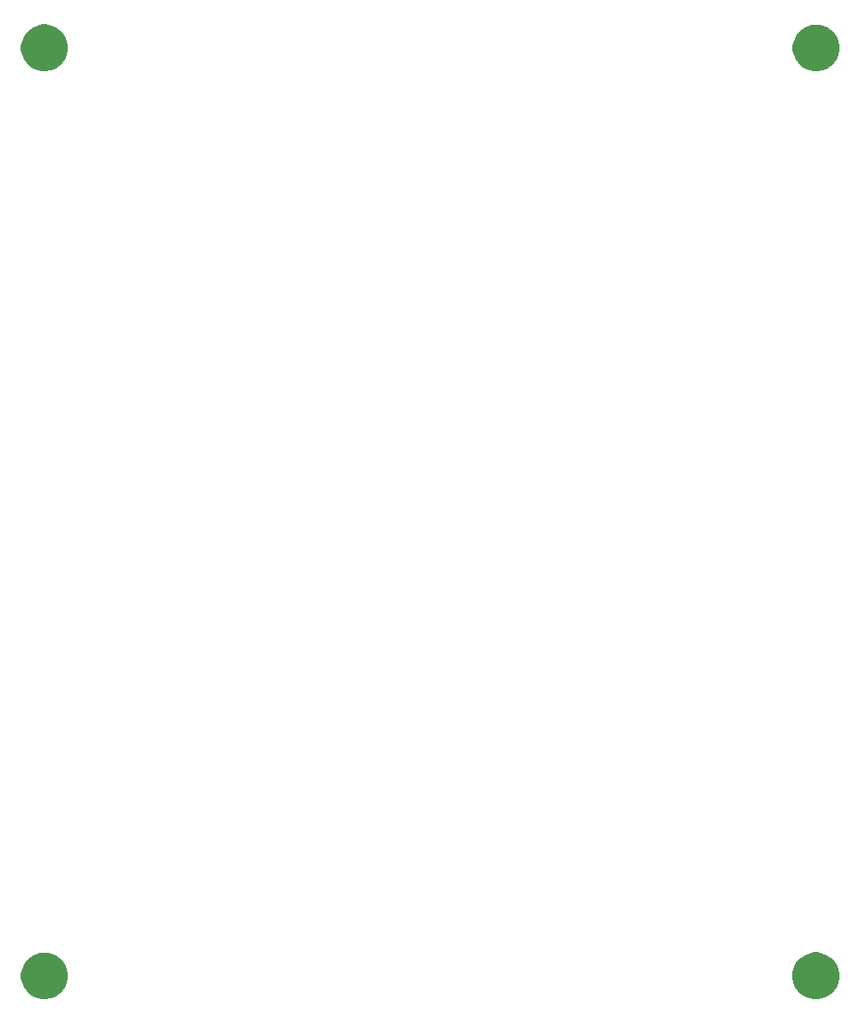
<source format=gbr>
G04 #@! TF.GenerationSoftware,KiCad,Pcbnew,(5.1.2)-2*
G04 #@! TF.CreationDate,2021-12-15T08:57:31-03:00*
G04 #@! TF.ProjectId,MAG_Plus,4d41475f-506c-4757-932e-6b696361645f,rev?*
G04 #@! TF.SameCoordinates,Original*
G04 #@! TF.FileFunction,Soldermask,Bot*
G04 #@! TF.FilePolarity,Negative*
%FSLAX46Y46*%
G04 Gerber Fmt 4.6, Leading zero omitted, Abs format (unit mm)*
G04 Created by KiCad (PCBNEW (5.1.2)-2) date 2021-12-15 08:57:31*
%MOMM*%
%LPD*%
G04 APERTURE LIST*
%ADD10C,0.100000*%
G04 APERTURE END LIST*
D10*
G36*
X125248903Y-233563213D02*
G01*
X125471177Y-233607426D01*
X125889932Y-233780880D01*
X126266802Y-234032696D01*
X126587304Y-234353198D01*
X126839120Y-234730068D01*
X127012574Y-235148823D01*
X127101000Y-235593371D01*
X127101000Y-236046629D01*
X127012574Y-236491177D01*
X126839120Y-236909932D01*
X126587304Y-237286802D01*
X126266802Y-237607304D01*
X125889932Y-237859120D01*
X125471177Y-238032574D01*
X125248903Y-238076787D01*
X125026630Y-238121000D01*
X124573370Y-238121000D01*
X124351097Y-238076787D01*
X124128823Y-238032574D01*
X123710068Y-237859120D01*
X123333198Y-237607304D01*
X123012696Y-237286802D01*
X122760880Y-236909932D01*
X122587426Y-236491177D01*
X122499000Y-236046629D01*
X122499000Y-235593371D01*
X122587426Y-235148823D01*
X122760880Y-234730068D01*
X123012696Y-234353198D01*
X123333198Y-234032696D01*
X123710068Y-233780880D01*
X124128823Y-233607426D01*
X124351097Y-233563213D01*
X124573370Y-233519000D01*
X125026630Y-233519000D01*
X125248903Y-233563213D01*
X125248903Y-233563213D01*
G37*
G36*
X201438903Y-233553213D02*
G01*
X201661177Y-233597426D01*
X202079932Y-233770880D01*
X202456802Y-234022696D01*
X202777304Y-234343198D01*
X203029120Y-234720068D01*
X203202574Y-235138823D01*
X203291000Y-235583371D01*
X203291000Y-236036629D01*
X203202574Y-236481177D01*
X203029120Y-236899932D01*
X202777304Y-237276802D01*
X202456802Y-237597304D01*
X202079932Y-237849120D01*
X201661177Y-238022574D01*
X201438903Y-238066787D01*
X201216630Y-238111000D01*
X200763370Y-238111000D01*
X200541097Y-238066787D01*
X200318823Y-238022574D01*
X199900068Y-237849120D01*
X199523198Y-237597304D01*
X199202696Y-237276802D01*
X198950880Y-236899932D01*
X198777426Y-236481177D01*
X198689000Y-236036629D01*
X198689000Y-235583371D01*
X198777426Y-235138823D01*
X198950880Y-234720068D01*
X199202696Y-234343198D01*
X199523198Y-234022696D01*
X199900068Y-233770880D01*
X200318823Y-233597426D01*
X200541097Y-233553213D01*
X200763370Y-233509000D01*
X201216630Y-233509000D01*
X201438903Y-233553213D01*
X201438903Y-233553213D01*
G37*
G36*
X201448903Y-141953213D02*
G01*
X201671177Y-141997426D01*
X202089932Y-142170880D01*
X202466802Y-142422696D01*
X202787304Y-142743198D01*
X203039120Y-143120068D01*
X203212574Y-143538823D01*
X203301000Y-143983371D01*
X203301000Y-144436629D01*
X203212574Y-144881177D01*
X203039120Y-145299932D01*
X202787304Y-145676802D01*
X202466802Y-145997304D01*
X202089932Y-146249120D01*
X201671177Y-146422574D01*
X201448903Y-146466787D01*
X201226630Y-146511000D01*
X200773370Y-146511000D01*
X200551097Y-146466787D01*
X200328823Y-146422574D01*
X199910068Y-146249120D01*
X199533198Y-145997304D01*
X199212696Y-145676802D01*
X198960880Y-145299932D01*
X198787426Y-144881177D01*
X198699000Y-144436629D01*
X198699000Y-143983371D01*
X198787426Y-143538823D01*
X198960880Y-143120068D01*
X199212696Y-142743198D01*
X199533198Y-142422696D01*
X199910068Y-142170880D01*
X200328823Y-141997426D01*
X200551097Y-141953213D01*
X200773370Y-141909000D01*
X201226630Y-141909000D01*
X201448903Y-141953213D01*
X201448903Y-141953213D01*
G37*
G36*
X125248903Y-141943213D02*
G01*
X125471177Y-141987426D01*
X125889932Y-142160880D01*
X126266802Y-142412696D01*
X126587304Y-142733198D01*
X126839120Y-143110068D01*
X127012574Y-143528823D01*
X127101000Y-143973371D01*
X127101000Y-144426629D01*
X127012574Y-144871177D01*
X126839120Y-145289932D01*
X126587304Y-145666802D01*
X126266802Y-145987304D01*
X125889932Y-146239120D01*
X125471177Y-146412574D01*
X125248903Y-146456787D01*
X125026630Y-146501000D01*
X124573370Y-146501000D01*
X124351097Y-146456787D01*
X124128823Y-146412574D01*
X123710068Y-146239120D01*
X123333198Y-145987304D01*
X123012696Y-145666802D01*
X122760880Y-145289932D01*
X122587426Y-144871177D01*
X122499000Y-144426629D01*
X122499000Y-143973371D01*
X122587426Y-143528823D01*
X122760880Y-143110068D01*
X123012696Y-142733198D01*
X123333198Y-142412696D01*
X123710068Y-142160880D01*
X124128823Y-141987426D01*
X124351097Y-141943213D01*
X124573370Y-141899000D01*
X125026630Y-141899000D01*
X125248903Y-141943213D01*
X125248903Y-141943213D01*
G37*
M02*

</source>
